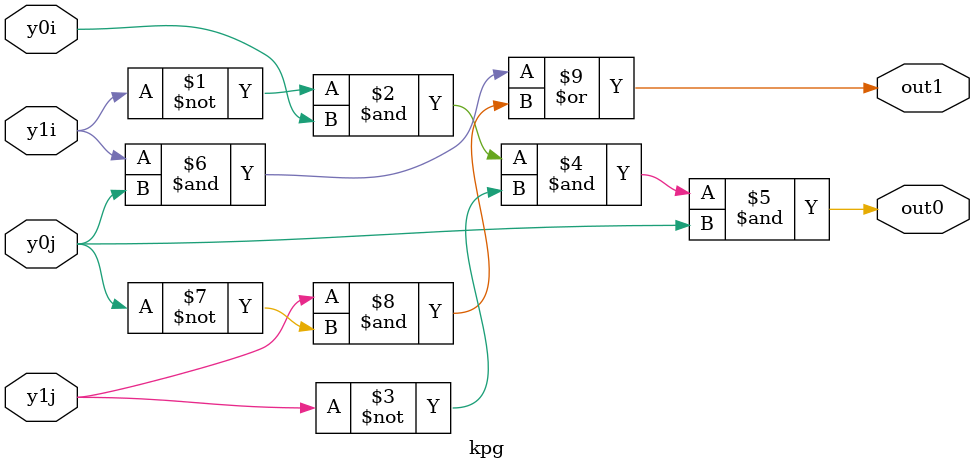
<source format=v>

module kpg(y1j,y0j,y1i,y0i,out1,out0);//j=i+1
input y1i,y0i,y1j,y0j;
output out1,out0;
wire out1,out0;
assign out0= (~y1i) & y0i & (~y1j) & y0j;
assign out1= (y1i & y0j) | (y1j & (~y0j));

endmodule

</source>
